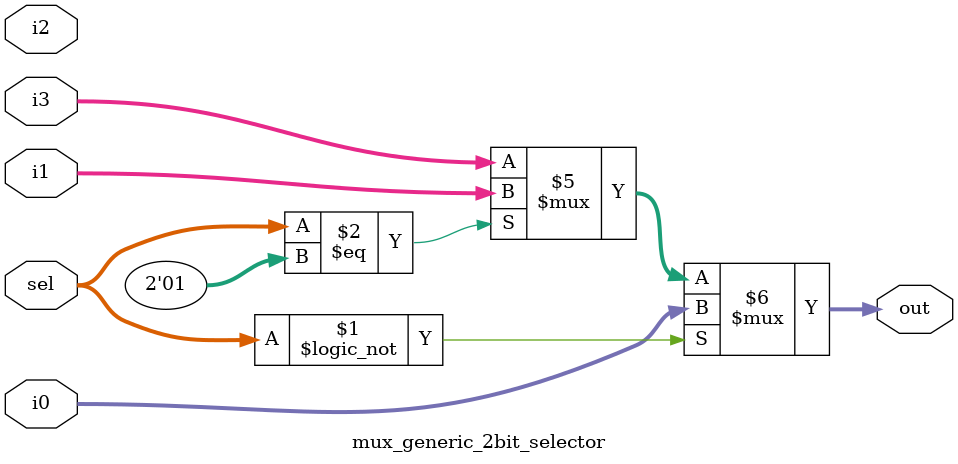
<source format=v>

module mux_generic #(parameter width=24)
        (   input [width-1:0]i0,i1,
    input  sel,
            output reg [width-1:0]out
            );
assign out=(sel==0)? i0:i1; //just a line?



endmodule


module mux_generic_2bit_selector #(parameter width=24)
        (   input [width-1:0]i0,i1,i2,i3,
            input [1:0] sel,
            output reg [width-1:0]out
            );
assign out=(sel==00)? i0:
           (sel==01)? i1:
		   (sel==10)? i2: i3;

endmodule

</source>
